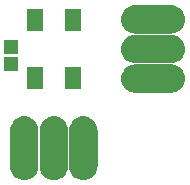
<source format=gbr>
G04 #@! TF.GenerationSoftware,KiCad,Pcbnew,(2017-05-31 revision c0bb8a30c)-makepkg*
G04 #@! TF.CreationDate,2017-07-13T16:13:06-05:00*
G04 #@! TF.ProjectId,45 Neo,3435204E656F2E6B696361645F706362,rev?*
G04 #@! TF.FileFunction,Soldermask,Top*
G04 #@! TF.FilePolarity,Negative*
%FSLAX46Y46*%
G04 Gerber Fmt 4.6, Leading zero omitted, Abs format (unit mm)*
G04 Created by KiCad (PCBNEW (2017-05-31 revision c0bb8a30c)-makepkg) date 07/13/17 16:13:06*
%MOMM*%
%LPD*%
G01*
G04 APERTURE LIST*
%ADD10C,0.100000*%
%ADD11R,1.150000X1.200000*%
%ADD12C,2.400000*%
%ADD13R,1.400000X1.900000*%
G04 APERTURE END LIST*
D10*
D11*
X51400000Y-6300000D03*
X51400000Y-4800000D03*
D10*
G36*
X65017621Y-3805777D02*
X65134108Y-3823057D01*
X65248342Y-3851671D01*
X65359220Y-3891344D01*
X65465676Y-3941693D01*
X65566684Y-4002235D01*
X65661272Y-4072386D01*
X65748528Y-4151471D01*
X65827613Y-4238727D01*
X65897764Y-4333315D01*
X65958306Y-4434323D01*
X66008655Y-4540779D01*
X66048328Y-4651657D01*
X66076942Y-4765891D01*
X66094222Y-4882378D01*
X66100000Y-4999999D01*
X66100000Y-5000001D01*
X66094222Y-5117622D01*
X66076942Y-5234109D01*
X66048328Y-5348343D01*
X66008655Y-5459221D01*
X65958306Y-5565677D01*
X65897764Y-5666685D01*
X65827613Y-5761273D01*
X65748528Y-5848529D01*
X65661272Y-5927614D01*
X65566684Y-5997765D01*
X65465676Y-6058307D01*
X65359220Y-6108656D01*
X65248342Y-6148329D01*
X65134108Y-6176943D01*
X65017621Y-6194223D01*
X64900000Y-6200001D01*
X61900000Y-6200001D01*
X61782379Y-6194223D01*
X61665892Y-6176943D01*
X61551658Y-6148329D01*
X61440780Y-6108656D01*
X61334324Y-6058307D01*
X61233316Y-5997765D01*
X61138728Y-5927614D01*
X61051472Y-5848529D01*
X60972387Y-5761273D01*
X60902236Y-5666685D01*
X60841694Y-5565677D01*
X60791345Y-5459221D01*
X60751672Y-5348343D01*
X60723058Y-5234109D01*
X60705778Y-5117622D01*
X60700000Y-5000001D01*
X60700000Y-4999999D01*
X60705778Y-4882378D01*
X60723058Y-4765891D01*
X60751672Y-4651657D01*
X60791345Y-4540779D01*
X60841694Y-4434323D01*
X60902236Y-4333315D01*
X60972387Y-4238727D01*
X61051472Y-4151471D01*
X61138728Y-4072386D01*
X61233316Y-4002235D01*
X61334324Y-3941693D01*
X61440780Y-3891344D01*
X61551658Y-3851671D01*
X61665892Y-3823057D01*
X61782379Y-3805777D01*
X61900000Y-3799999D01*
X64900000Y-3799999D01*
X65017621Y-3805777D01*
X65017621Y-3805777D01*
G37*
D12*
X63400000Y-5000000D03*
D10*
G36*
X65017621Y-1305777D02*
X65134108Y-1323057D01*
X65248342Y-1351671D01*
X65359220Y-1391344D01*
X65465676Y-1441693D01*
X65566684Y-1502235D01*
X65661272Y-1572386D01*
X65748528Y-1651471D01*
X65827613Y-1738727D01*
X65897764Y-1833315D01*
X65958306Y-1934323D01*
X66008655Y-2040779D01*
X66048328Y-2151657D01*
X66076942Y-2265891D01*
X66094222Y-2382378D01*
X66100000Y-2499999D01*
X66100000Y-2500001D01*
X66094222Y-2617622D01*
X66076942Y-2734109D01*
X66048328Y-2848343D01*
X66008655Y-2959221D01*
X65958306Y-3065677D01*
X65897764Y-3166685D01*
X65827613Y-3261273D01*
X65748528Y-3348529D01*
X65661272Y-3427614D01*
X65566684Y-3497765D01*
X65465676Y-3558307D01*
X65359220Y-3608656D01*
X65248342Y-3648329D01*
X65134108Y-3676943D01*
X65017621Y-3694223D01*
X64900000Y-3700001D01*
X61900000Y-3700001D01*
X61782379Y-3694223D01*
X61665892Y-3676943D01*
X61551658Y-3648329D01*
X61440780Y-3608656D01*
X61334324Y-3558307D01*
X61233316Y-3497765D01*
X61138728Y-3427614D01*
X61051472Y-3348529D01*
X60972387Y-3261273D01*
X60902236Y-3166685D01*
X60841694Y-3065677D01*
X60791345Y-2959221D01*
X60751672Y-2848343D01*
X60723058Y-2734109D01*
X60705778Y-2617622D01*
X60700000Y-2500001D01*
X60700000Y-2499999D01*
X60705778Y-2382378D01*
X60723058Y-2265891D01*
X60751672Y-2151657D01*
X60791345Y-2040779D01*
X60841694Y-1934323D01*
X60902236Y-1833315D01*
X60972387Y-1738727D01*
X61051472Y-1651471D01*
X61138728Y-1572386D01*
X61233316Y-1502235D01*
X61334324Y-1441693D01*
X61440780Y-1391344D01*
X61551658Y-1351671D01*
X61665892Y-1323057D01*
X61782379Y-1305777D01*
X61900000Y-1299999D01*
X64900000Y-1299999D01*
X65017621Y-1305777D01*
X65017621Y-1305777D01*
G37*
D12*
X63400000Y-2500000D03*
D10*
G36*
X65017621Y-6305777D02*
X65134108Y-6323057D01*
X65248342Y-6351671D01*
X65359220Y-6391344D01*
X65465676Y-6441693D01*
X65566684Y-6502235D01*
X65661272Y-6572386D01*
X65748528Y-6651471D01*
X65827613Y-6738727D01*
X65897764Y-6833315D01*
X65958306Y-6934323D01*
X66008655Y-7040779D01*
X66048328Y-7151657D01*
X66076942Y-7265891D01*
X66094222Y-7382378D01*
X66100000Y-7499999D01*
X66100000Y-7500001D01*
X66094222Y-7617622D01*
X66076942Y-7734109D01*
X66048328Y-7848343D01*
X66008655Y-7959221D01*
X65958306Y-8065677D01*
X65897764Y-8166685D01*
X65827613Y-8261273D01*
X65748528Y-8348529D01*
X65661272Y-8427614D01*
X65566684Y-8497765D01*
X65465676Y-8558307D01*
X65359220Y-8608656D01*
X65248342Y-8648329D01*
X65134108Y-8676943D01*
X65017621Y-8694223D01*
X64900000Y-8700001D01*
X61900000Y-8700001D01*
X61782379Y-8694223D01*
X61665892Y-8676943D01*
X61551658Y-8648329D01*
X61440780Y-8608656D01*
X61334324Y-8558307D01*
X61233316Y-8497765D01*
X61138728Y-8427614D01*
X61051472Y-8348529D01*
X60972387Y-8261273D01*
X60902236Y-8166685D01*
X60841694Y-8065677D01*
X60791345Y-7959221D01*
X60751672Y-7848343D01*
X60723058Y-7734109D01*
X60705778Y-7617622D01*
X60700000Y-7500001D01*
X60700000Y-7499999D01*
X60705778Y-7382378D01*
X60723058Y-7265891D01*
X60751672Y-7151657D01*
X60791345Y-7040779D01*
X60841694Y-6934323D01*
X60902236Y-6833315D01*
X60972387Y-6738727D01*
X61051472Y-6651471D01*
X61138728Y-6572386D01*
X61233316Y-6502235D01*
X61334324Y-6441693D01*
X61440780Y-6391344D01*
X61551658Y-6351671D01*
X61665892Y-6323057D01*
X61782379Y-6305777D01*
X61900000Y-6299999D01*
X64900000Y-6299999D01*
X65017621Y-6305777D01*
X65017621Y-6305777D01*
G37*
D12*
X63400000Y-7500000D03*
D10*
G36*
X52617622Y-10705778D02*
X52734109Y-10723058D01*
X52848343Y-10751672D01*
X52959221Y-10791345D01*
X53065677Y-10841694D01*
X53166685Y-10902236D01*
X53261273Y-10972387D01*
X53348529Y-11051472D01*
X53427614Y-11138728D01*
X53497765Y-11233316D01*
X53558307Y-11334324D01*
X53608656Y-11440780D01*
X53648329Y-11551658D01*
X53676943Y-11665892D01*
X53694223Y-11782379D01*
X53700001Y-11900000D01*
X53700001Y-14900000D01*
X53694223Y-15017621D01*
X53676943Y-15134108D01*
X53648329Y-15248342D01*
X53608656Y-15359220D01*
X53558307Y-15465676D01*
X53497765Y-15566684D01*
X53427614Y-15661272D01*
X53348529Y-15748528D01*
X53261273Y-15827613D01*
X53166685Y-15897764D01*
X53065677Y-15958306D01*
X52959221Y-16008655D01*
X52848343Y-16048328D01*
X52734109Y-16076942D01*
X52617622Y-16094222D01*
X52500001Y-16100000D01*
X52499999Y-16100000D01*
X52382378Y-16094222D01*
X52265891Y-16076942D01*
X52151657Y-16048328D01*
X52040779Y-16008655D01*
X51934323Y-15958306D01*
X51833315Y-15897764D01*
X51738727Y-15827613D01*
X51651471Y-15748528D01*
X51572386Y-15661272D01*
X51502235Y-15566684D01*
X51441693Y-15465676D01*
X51391344Y-15359220D01*
X51351671Y-15248342D01*
X51323057Y-15134108D01*
X51305777Y-15017621D01*
X51299999Y-14900000D01*
X51299999Y-11900000D01*
X51305777Y-11782379D01*
X51323057Y-11665892D01*
X51351671Y-11551658D01*
X51391344Y-11440780D01*
X51441693Y-11334324D01*
X51502235Y-11233316D01*
X51572386Y-11138728D01*
X51651471Y-11051472D01*
X51738727Y-10972387D01*
X51833315Y-10902236D01*
X51934323Y-10841694D01*
X52040779Y-10791345D01*
X52151657Y-10751672D01*
X52265891Y-10723058D01*
X52382378Y-10705778D01*
X52499999Y-10700000D01*
X52500001Y-10700000D01*
X52617622Y-10705778D01*
X52617622Y-10705778D01*
G37*
D12*
X52500000Y-13400000D03*
D10*
G36*
X57617622Y-10705778D02*
X57734109Y-10723058D01*
X57848343Y-10751672D01*
X57959221Y-10791345D01*
X58065677Y-10841694D01*
X58166685Y-10902236D01*
X58261273Y-10972387D01*
X58348529Y-11051472D01*
X58427614Y-11138728D01*
X58497765Y-11233316D01*
X58558307Y-11334324D01*
X58608656Y-11440780D01*
X58648329Y-11551658D01*
X58676943Y-11665892D01*
X58694223Y-11782379D01*
X58700001Y-11900000D01*
X58700001Y-14900000D01*
X58694223Y-15017621D01*
X58676943Y-15134108D01*
X58648329Y-15248342D01*
X58608656Y-15359220D01*
X58558307Y-15465676D01*
X58497765Y-15566684D01*
X58427614Y-15661272D01*
X58348529Y-15748528D01*
X58261273Y-15827613D01*
X58166685Y-15897764D01*
X58065677Y-15958306D01*
X57959221Y-16008655D01*
X57848343Y-16048328D01*
X57734109Y-16076942D01*
X57617622Y-16094222D01*
X57500001Y-16100000D01*
X57499999Y-16100000D01*
X57382378Y-16094222D01*
X57265891Y-16076942D01*
X57151657Y-16048328D01*
X57040779Y-16008655D01*
X56934323Y-15958306D01*
X56833315Y-15897764D01*
X56738727Y-15827613D01*
X56651471Y-15748528D01*
X56572386Y-15661272D01*
X56502235Y-15566684D01*
X56441693Y-15465676D01*
X56391344Y-15359220D01*
X56351671Y-15248342D01*
X56323057Y-15134108D01*
X56305777Y-15017621D01*
X56299999Y-14900000D01*
X56299999Y-11900000D01*
X56305777Y-11782379D01*
X56323057Y-11665892D01*
X56351671Y-11551658D01*
X56391344Y-11440780D01*
X56441693Y-11334324D01*
X56502235Y-11233316D01*
X56572386Y-11138728D01*
X56651471Y-11051472D01*
X56738727Y-10972387D01*
X56833315Y-10902236D01*
X56934323Y-10841694D01*
X57040779Y-10791345D01*
X57151657Y-10751672D01*
X57265891Y-10723058D01*
X57382378Y-10705778D01*
X57499999Y-10700000D01*
X57500001Y-10700000D01*
X57617622Y-10705778D01*
X57617622Y-10705778D01*
G37*
D12*
X57500000Y-13400000D03*
D10*
G36*
X55117622Y-10705778D02*
X55234109Y-10723058D01*
X55348343Y-10751672D01*
X55459221Y-10791345D01*
X55565677Y-10841694D01*
X55666685Y-10902236D01*
X55761273Y-10972387D01*
X55848529Y-11051472D01*
X55927614Y-11138728D01*
X55997765Y-11233316D01*
X56058307Y-11334324D01*
X56108656Y-11440780D01*
X56148329Y-11551658D01*
X56176943Y-11665892D01*
X56194223Y-11782379D01*
X56200001Y-11900000D01*
X56200001Y-14900000D01*
X56194223Y-15017621D01*
X56176943Y-15134108D01*
X56148329Y-15248342D01*
X56108656Y-15359220D01*
X56058307Y-15465676D01*
X55997765Y-15566684D01*
X55927614Y-15661272D01*
X55848529Y-15748528D01*
X55761273Y-15827613D01*
X55666685Y-15897764D01*
X55565677Y-15958306D01*
X55459221Y-16008655D01*
X55348343Y-16048328D01*
X55234109Y-16076942D01*
X55117622Y-16094222D01*
X55000001Y-16100000D01*
X54999999Y-16100000D01*
X54882378Y-16094222D01*
X54765891Y-16076942D01*
X54651657Y-16048328D01*
X54540779Y-16008655D01*
X54434323Y-15958306D01*
X54333315Y-15897764D01*
X54238727Y-15827613D01*
X54151471Y-15748528D01*
X54072386Y-15661272D01*
X54002235Y-15566684D01*
X53941693Y-15465676D01*
X53891344Y-15359220D01*
X53851671Y-15248342D01*
X53823057Y-15134108D01*
X53805777Y-15017621D01*
X53799999Y-14900000D01*
X53799999Y-11900000D01*
X53805777Y-11782379D01*
X53823057Y-11665892D01*
X53851671Y-11551658D01*
X53891344Y-11440780D01*
X53941693Y-11334324D01*
X54002235Y-11233316D01*
X54072386Y-11138728D01*
X54151471Y-11051472D01*
X54238727Y-10972387D01*
X54333315Y-10902236D01*
X54434323Y-10841694D01*
X54540779Y-10791345D01*
X54651657Y-10751672D01*
X54765891Y-10723058D01*
X54882378Y-10705778D01*
X54999999Y-10700000D01*
X55000001Y-10700000D01*
X55117622Y-10705778D01*
X55117622Y-10705778D01*
G37*
D12*
X55000000Y-13400000D03*
D13*
X56600000Y-2550000D03*
X53400000Y-2550000D03*
X53400000Y-7450000D03*
X56600000Y-7450000D03*
M02*

</source>
